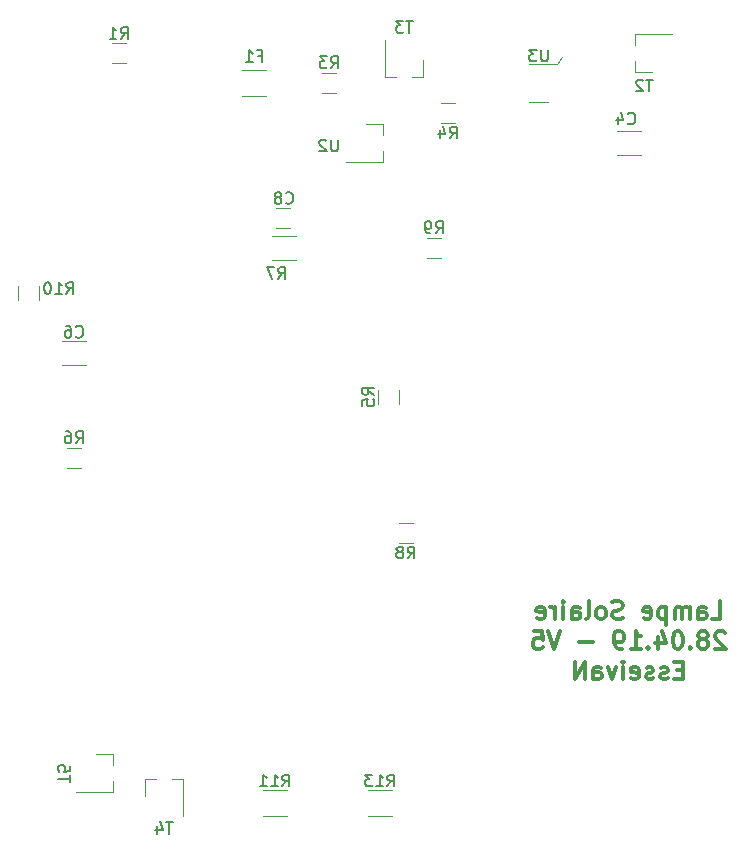
<source format=gbr>
G04 #@! TF.GenerationSoftware,KiCad,Pcbnew,(5.1.0)-1*
G04 #@! TF.CreationDate,2019-04-28T18:18:51+02:00*
G04 #@! TF.ProjectId,LampeSolaire,4c616d70-6553-46f6-9c61-6972652e6b69,5*
G04 #@! TF.SameCoordinates,Original*
G04 #@! TF.FileFunction,Legend,Bot*
G04 #@! TF.FilePolarity,Positive*
%FSLAX46Y46*%
G04 Gerber Fmt 4.6, Leading zero omitted, Abs format (unit mm)*
G04 Created by KiCad (PCBNEW (5.1.0)-1) date 2019-04-28 18:18:51*
%MOMM*%
%LPD*%
G04 APERTURE LIST*
%ADD10C,0.300000*%
%ADD11C,0.120000*%
%ADD12C,0.150000*%
G04 APERTURE END LIST*
D10*
X127355714Y-98398571D02*
X128070000Y-98398571D01*
X128070000Y-96898571D01*
X126212857Y-98398571D02*
X126212857Y-97612857D01*
X126284285Y-97470000D01*
X126427142Y-97398571D01*
X126712857Y-97398571D01*
X126855714Y-97470000D01*
X126212857Y-98327142D02*
X126355714Y-98398571D01*
X126712857Y-98398571D01*
X126855714Y-98327142D01*
X126927142Y-98184285D01*
X126927142Y-98041428D01*
X126855714Y-97898571D01*
X126712857Y-97827142D01*
X126355714Y-97827142D01*
X126212857Y-97755714D01*
X125498571Y-98398571D02*
X125498571Y-97398571D01*
X125498571Y-97541428D02*
X125427142Y-97470000D01*
X125284285Y-97398571D01*
X125070000Y-97398571D01*
X124927142Y-97470000D01*
X124855714Y-97612857D01*
X124855714Y-98398571D01*
X124855714Y-97612857D02*
X124784285Y-97470000D01*
X124641428Y-97398571D01*
X124427142Y-97398571D01*
X124284285Y-97470000D01*
X124212857Y-97612857D01*
X124212857Y-98398571D01*
X123498571Y-97398571D02*
X123498571Y-98898571D01*
X123498571Y-97470000D02*
X123355714Y-97398571D01*
X123070000Y-97398571D01*
X122927142Y-97470000D01*
X122855714Y-97541428D01*
X122784285Y-97684285D01*
X122784285Y-98112857D01*
X122855714Y-98255714D01*
X122927142Y-98327142D01*
X123070000Y-98398571D01*
X123355714Y-98398571D01*
X123498571Y-98327142D01*
X121570000Y-98327142D02*
X121712857Y-98398571D01*
X121998571Y-98398571D01*
X122141428Y-98327142D01*
X122212857Y-98184285D01*
X122212857Y-97612857D01*
X122141428Y-97470000D01*
X121998571Y-97398571D01*
X121712857Y-97398571D01*
X121570000Y-97470000D01*
X121498571Y-97612857D01*
X121498571Y-97755714D01*
X122212857Y-97898571D01*
X119784285Y-98327142D02*
X119570000Y-98398571D01*
X119212857Y-98398571D01*
X119070000Y-98327142D01*
X118998571Y-98255714D01*
X118927142Y-98112857D01*
X118927142Y-97970000D01*
X118998571Y-97827142D01*
X119070000Y-97755714D01*
X119212857Y-97684285D01*
X119498571Y-97612857D01*
X119641428Y-97541428D01*
X119712857Y-97470000D01*
X119784285Y-97327142D01*
X119784285Y-97184285D01*
X119712857Y-97041428D01*
X119641428Y-96970000D01*
X119498571Y-96898571D01*
X119141428Y-96898571D01*
X118927142Y-96970000D01*
X118070000Y-98398571D02*
X118212857Y-98327142D01*
X118284285Y-98255714D01*
X118355714Y-98112857D01*
X118355714Y-97684285D01*
X118284285Y-97541428D01*
X118212857Y-97470000D01*
X118070000Y-97398571D01*
X117855714Y-97398571D01*
X117712857Y-97470000D01*
X117641428Y-97541428D01*
X117570000Y-97684285D01*
X117570000Y-98112857D01*
X117641428Y-98255714D01*
X117712857Y-98327142D01*
X117855714Y-98398571D01*
X118070000Y-98398571D01*
X116712857Y-98398571D02*
X116855714Y-98327142D01*
X116927142Y-98184285D01*
X116927142Y-96898571D01*
X115498571Y-98398571D02*
X115498571Y-97612857D01*
X115570000Y-97470000D01*
X115712857Y-97398571D01*
X115998571Y-97398571D01*
X116141428Y-97470000D01*
X115498571Y-98327142D02*
X115641428Y-98398571D01*
X115998571Y-98398571D01*
X116141428Y-98327142D01*
X116212857Y-98184285D01*
X116212857Y-98041428D01*
X116141428Y-97898571D01*
X115998571Y-97827142D01*
X115641428Y-97827142D01*
X115498571Y-97755714D01*
X114784285Y-98398571D02*
X114784285Y-97398571D01*
X114784285Y-96898571D02*
X114855714Y-96970000D01*
X114784285Y-97041428D01*
X114712857Y-96970000D01*
X114784285Y-96898571D01*
X114784285Y-97041428D01*
X114070000Y-98398571D02*
X114070000Y-97398571D01*
X114070000Y-97684285D02*
X113998571Y-97541428D01*
X113927142Y-97470000D01*
X113784285Y-97398571D01*
X113641428Y-97398571D01*
X112570000Y-98327142D02*
X112712857Y-98398571D01*
X112998571Y-98398571D01*
X113141428Y-98327142D01*
X113212857Y-98184285D01*
X113212857Y-97612857D01*
X113141428Y-97470000D01*
X112998571Y-97398571D01*
X112712857Y-97398571D01*
X112570000Y-97470000D01*
X112498571Y-97612857D01*
X112498571Y-97755714D01*
X113212857Y-97898571D01*
X128462857Y-99591428D02*
X128391428Y-99520000D01*
X128248571Y-99448571D01*
X127891428Y-99448571D01*
X127748571Y-99520000D01*
X127677142Y-99591428D01*
X127605714Y-99734285D01*
X127605714Y-99877142D01*
X127677142Y-100091428D01*
X128534285Y-100948571D01*
X127605714Y-100948571D01*
X126748571Y-100091428D02*
X126891428Y-100020000D01*
X126962857Y-99948571D01*
X127034285Y-99805714D01*
X127034285Y-99734285D01*
X126962857Y-99591428D01*
X126891428Y-99520000D01*
X126748571Y-99448571D01*
X126462857Y-99448571D01*
X126320000Y-99520000D01*
X126248571Y-99591428D01*
X126177142Y-99734285D01*
X126177142Y-99805714D01*
X126248571Y-99948571D01*
X126320000Y-100020000D01*
X126462857Y-100091428D01*
X126748571Y-100091428D01*
X126891428Y-100162857D01*
X126962857Y-100234285D01*
X127034285Y-100377142D01*
X127034285Y-100662857D01*
X126962857Y-100805714D01*
X126891428Y-100877142D01*
X126748571Y-100948571D01*
X126462857Y-100948571D01*
X126320000Y-100877142D01*
X126248571Y-100805714D01*
X126177142Y-100662857D01*
X126177142Y-100377142D01*
X126248571Y-100234285D01*
X126320000Y-100162857D01*
X126462857Y-100091428D01*
X125534285Y-100805714D02*
X125462857Y-100877142D01*
X125534285Y-100948571D01*
X125605714Y-100877142D01*
X125534285Y-100805714D01*
X125534285Y-100948571D01*
X124534285Y-99448571D02*
X124391428Y-99448571D01*
X124248571Y-99520000D01*
X124177142Y-99591428D01*
X124105714Y-99734285D01*
X124034285Y-100020000D01*
X124034285Y-100377142D01*
X124105714Y-100662857D01*
X124177142Y-100805714D01*
X124248571Y-100877142D01*
X124391428Y-100948571D01*
X124534285Y-100948571D01*
X124677142Y-100877142D01*
X124748571Y-100805714D01*
X124820000Y-100662857D01*
X124891428Y-100377142D01*
X124891428Y-100020000D01*
X124820000Y-99734285D01*
X124748571Y-99591428D01*
X124677142Y-99520000D01*
X124534285Y-99448571D01*
X122748571Y-99948571D02*
X122748571Y-100948571D01*
X123105714Y-99377142D02*
X123462857Y-100448571D01*
X122534285Y-100448571D01*
X121962857Y-100805714D02*
X121891428Y-100877142D01*
X121962857Y-100948571D01*
X122034285Y-100877142D01*
X121962857Y-100805714D01*
X121962857Y-100948571D01*
X120462857Y-100948571D02*
X121320000Y-100948571D01*
X120891428Y-100948571D02*
X120891428Y-99448571D01*
X121034285Y-99662857D01*
X121177142Y-99805714D01*
X121320000Y-99877142D01*
X119748571Y-100948571D02*
X119462857Y-100948571D01*
X119320000Y-100877142D01*
X119248571Y-100805714D01*
X119105714Y-100591428D01*
X119034285Y-100305714D01*
X119034285Y-99734285D01*
X119105714Y-99591428D01*
X119177142Y-99520000D01*
X119320000Y-99448571D01*
X119605714Y-99448571D01*
X119748571Y-99520000D01*
X119820000Y-99591428D01*
X119891428Y-99734285D01*
X119891428Y-100091428D01*
X119820000Y-100234285D01*
X119748571Y-100305714D01*
X119605714Y-100377142D01*
X119320000Y-100377142D01*
X119177142Y-100305714D01*
X119105714Y-100234285D01*
X119034285Y-100091428D01*
X117248571Y-100377142D02*
X116105714Y-100377142D01*
X114462857Y-99448571D02*
X113962857Y-100948571D01*
X113462857Y-99448571D01*
X112248571Y-99448571D02*
X112962857Y-99448571D01*
X113034285Y-100162857D01*
X112962857Y-100091428D01*
X112820000Y-100020000D01*
X112462857Y-100020000D01*
X112320000Y-100091428D01*
X112248571Y-100162857D01*
X112177142Y-100305714D01*
X112177142Y-100662857D01*
X112248571Y-100805714D01*
X112320000Y-100877142D01*
X112462857Y-100948571D01*
X112820000Y-100948571D01*
X112962857Y-100877142D01*
X113034285Y-100805714D01*
X124891428Y-102712857D02*
X124391428Y-102712857D01*
X124177142Y-103498571D02*
X124891428Y-103498571D01*
X124891428Y-101998571D01*
X124177142Y-101998571D01*
X123605714Y-103427142D02*
X123462857Y-103498571D01*
X123177142Y-103498571D01*
X123034285Y-103427142D01*
X122962857Y-103284285D01*
X122962857Y-103212857D01*
X123034285Y-103070000D01*
X123177142Y-102998571D01*
X123391428Y-102998571D01*
X123534285Y-102927142D01*
X123605714Y-102784285D01*
X123605714Y-102712857D01*
X123534285Y-102570000D01*
X123391428Y-102498571D01*
X123177142Y-102498571D01*
X123034285Y-102570000D01*
X122391428Y-103427142D02*
X122248571Y-103498571D01*
X121962857Y-103498571D01*
X121820000Y-103427142D01*
X121748571Y-103284285D01*
X121748571Y-103212857D01*
X121820000Y-103070000D01*
X121962857Y-102998571D01*
X122177142Y-102998571D01*
X122320000Y-102927142D01*
X122391428Y-102784285D01*
X122391428Y-102712857D01*
X122320000Y-102570000D01*
X122177142Y-102498571D01*
X121962857Y-102498571D01*
X121820000Y-102570000D01*
X120534285Y-103427142D02*
X120677142Y-103498571D01*
X120962857Y-103498571D01*
X121105714Y-103427142D01*
X121177142Y-103284285D01*
X121177142Y-102712857D01*
X121105714Y-102570000D01*
X120962857Y-102498571D01*
X120677142Y-102498571D01*
X120534285Y-102570000D01*
X120462857Y-102712857D01*
X120462857Y-102855714D01*
X121177142Y-102998571D01*
X119820000Y-103498571D02*
X119820000Y-102498571D01*
X119820000Y-101998571D02*
X119891428Y-102070000D01*
X119820000Y-102141428D01*
X119748571Y-102070000D01*
X119820000Y-101998571D01*
X119820000Y-102141428D01*
X119248571Y-102498571D02*
X118891428Y-103498571D01*
X118534285Y-102498571D01*
X117320000Y-103498571D02*
X117320000Y-102712857D01*
X117391428Y-102570000D01*
X117534285Y-102498571D01*
X117820000Y-102498571D01*
X117962857Y-102570000D01*
X117320000Y-103427142D02*
X117462857Y-103498571D01*
X117820000Y-103498571D01*
X117962857Y-103427142D01*
X118034285Y-103284285D01*
X118034285Y-103141428D01*
X117962857Y-102998571D01*
X117820000Y-102927142D01*
X117462857Y-102927142D01*
X117320000Y-102855714D01*
X116605714Y-103498571D02*
X116605714Y-101998571D01*
X115748571Y-103498571D01*
X115748571Y-101998571D01*
D11*
X99490000Y-56510000D02*
X98030000Y-56510000D01*
X99490000Y-59670000D02*
X96330000Y-59670000D01*
X99490000Y-59670000D02*
X99490000Y-58740000D01*
X99490000Y-56510000D02*
X99490000Y-57440000D01*
X111900000Y-51410000D02*
X114200000Y-51410000D01*
X113500000Y-54610000D02*
X111900000Y-54610000D01*
X114200000Y-51410000D02*
X114700000Y-50810000D01*
X102850000Y-52500000D02*
X102850000Y-51040000D01*
X99690000Y-52500000D02*
X99690000Y-49340000D01*
X99690000Y-52500000D02*
X100620000Y-52500000D01*
X102850000Y-52500000D02*
X101920000Y-52500000D01*
X79370000Y-111940000D02*
X79370000Y-113400000D01*
X82530000Y-111940000D02*
X82530000Y-115100000D01*
X82530000Y-111940000D02*
X81600000Y-111940000D01*
X79370000Y-111940000D02*
X80300000Y-111940000D01*
X76630000Y-109850000D02*
X75170000Y-109850000D01*
X76630000Y-113010000D02*
X73470000Y-113010000D01*
X76630000Y-113010000D02*
X76630000Y-112080000D01*
X76630000Y-109850000D02*
X76630000Y-110780000D01*
X120830000Y-52050000D02*
X122290000Y-52050000D01*
X120830000Y-48890000D02*
X123990000Y-48890000D01*
X120830000Y-48890000D02*
X120830000Y-49820000D01*
X120830000Y-52050000D02*
X120830000Y-51120000D01*
X121320000Y-59110000D02*
X119320000Y-59110000D01*
X119320000Y-57070000D02*
X121320000Y-57070000D01*
X72330000Y-74850000D02*
X74330000Y-74850000D01*
X74330000Y-76890000D02*
X72330000Y-76890000D01*
X90110000Y-65960000D02*
X92110000Y-65960000D01*
X92110000Y-68000000D02*
X90110000Y-68000000D01*
X76540000Y-51350000D02*
X77740000Y-51350000D01*
X77740000Y-49590000D02*
X76540000Y-49590000D01*
X95520000Y-52130000D02*
X94320000Y-52130000D01*
X94320000Y-53890000D02*
X95520000Y-53890000D01*
X104400000Y-56430000D02*
X105600000Y-56430000D01*
X105600000Y-54670000D02*
X104400000Y-54670000D01*
X99120000Y-79000000D02*
X99120000Y-80200000D01*
X100880000Y-80200000D02*
X100880000Y-79000000D01*
X73930000Y-83880000D02*
X72730000Y-83880000D01*
X72730000Y-85640000D02*
X73930000Y-85640000D01*
X90430000Y-65320000D02*
X91630000Y-65320000D01*
X91630000Y-63560000D02*
X90430000Y-63560000D01*
X100830000Y-91990000D02*
X102030000Y-91990000D01*
X102030000Y-90230000D02*
X100830000Y-90230000D01*
X68640000Y-70190000D02*
X68640000Y-71390000D01*
X70400000Y-71390000D02*
X70400000Y-70190000D01*
X89348000Y-115040000D02*
X91348000Y-115040000D01*
X91348000Y-112900000D02*
X89348000Y-112900000D01*
X98238000Y-115040000D02*
X100238000Y-115040000D01*
X100238000Y-112900000D02*
X98238000Y-112900000D01*
X104410000Y-66100000D02*
X103210000Y-66100000D01*
X103210000Y-67860000D02*
X104410000Y-67860000D01*
X89570000Y-51940000D02*
X87570000Y-51940000D01*
X87570000Y-54080000D02*
X89570000Y-54080000D01*
D12*
X95681904Y-57812380D02*
X95681904Y-58621904D01*
X95634285Y-58717142D01*
X95586666Y-58764761D01*
X95491428Y-58812380D01*
X95300952Y-58812380D01*
X95205714Y-58764761D01*
X95158095Y-58717142D01*
X95110476Y-58621904D01*
X95110476Y-57812380D01*
X94681904Y-57907619D02*
X94634285Y-57860000D01*
X94539047Y-57812380D01*
X94300952Y-57812380D01*
X94205714Y-57860000D01*
X94158095Y-57907619D01*
X94110476Y-58002857D01*
X94110476Y-58098095D01*
X94158095Y-58240952D01*
X94729523Y-58812380D01*
X94110476Y-58812380D01*
X113461904Y-50192380D02*
X113461904Y-51001904D01*
X113414285Y-51097142D01*
X113366666Y-51144761D01*
X113271428Y-51192380D01*
X113080952Y-51192380D01*
X112985714Y-51144761D01*
X112938095Y-51097142D01*
X112890476Y-51001904D01*
X112890476Y-50192380D01*
X112509523Y-50192380D02*
X111890476Y-50192380D01*
X112223809Y-50573333D01*
X112080952Y-50573333D01*
X111985714Y-50620952D01*
X111938095Y-50668571D01*
X111890476Y-50763809D01*
X111890476Y-51001904D01*
X111938095Y-51097142D01*
X111985714Y-51144761D01*
X112080952Y-51192380D01*
X112366666Y-51192380D01*
X112461904Y-51144761D01*
X112509523Y-51097142D01*
X102031904Y-47763380D02*
X101460476Y-47763380D01*
X101746190Y-48763380D02*
X101746190Y-47763380D01*
X101222380Y-47763380D02*
X100603333Y-47763380D01*
X100936666Y-48144333D01*
X100793809Y-48144333D01*
X100698571Y-48191952D01*
X100650952Y-48239571D01*
X100603333Y-48334809D01*
X100603333Y-48572904D01*
X100650952Y-48668142D01*
X100698571Y-48715761D01*
X100793809Y-48763380D01*
X101079523Y-48763380D01*
X101174761Y-48715761D01*
X101222380Y-48668142D01*
X81711904Y-115581380D02*
X81140476Y-115581380D01*
X81426190Y-116581380D02*
X81426190Y-115581380D01*
X80378571Y-115914714D02*
X80378571Y-116581380D01*
X80616666Y-115533761D02*
X80854761Y-116248047D01*
X80235714Y-116248047D01*
X72988619Y-112191904D02*
X72988619Y-111620476D01*
X71988619Y-111906190D02*
X72988619Y-111906190D01*
X72988619Y-110810952D02*
X72988619Y-111287142D01*
X72512428Y-111334761D01*
X72560047Y-111287142D01*
X72607666Y-111191904D01*
X72607666Y-110953809D01*
X72560047Y-110858571D01*
X72512428Y-110810952D01*
X72417190Y-110763333D01*
X72179095Y-110763333D01*
X72083857Y-110810952D01*
X72036238Y-110858571D01*
X71988619Y-110953809D01*
X71988619Y-111191904D01*
X72036238Y-111287142D01*
X72083857Y-111334761D01*
X122351904Y-52732380D02*
X121780476Y-52732380D01*
X122066190Y-53732380D02*
X122066190Y-52732380D01*
X121494761Y-52827619D02*
X121447142Y-52780000D01*
X121351904Y-52732380D01*
X121113809Y-52732380D01*
X121018571Y-52780000D01*
X120970952Y-52827619D01*
X120923333Y-52922857D01*
X120923333Y-53018095D01*
X120970952Y-53160952D01*
X121542380Y-53732380D01*
X120923333Y-53732380D01*
X120232666Y-56431142D02*
X120280285Y-56478761D01*
X120423142Y-56526380D01*
X120518380Y-56526380D01*
X120661238Y-56478761D01*
X120756476Y-56383523D01*
X120804095Y-56288285D01*
X120851714Y-56097809D01*
X120851714Y-55954952D01*
X120804095Y-55764476D01*
X120756476Y-55669238D01*
X120661238Y-55574000D01*
X120518380Y-55526380D01*
X120423142Y-55526380D01*
X120280285Y-55574000D01*
X120232666Y-55621619D01*
X119375523Y-55859714D02*
X119375523Y-56526380D01*
X119613619Y-55478761D02*
X119851714Y-56193047D01*
X119232666Y-56193047D01*
X73496666Y-74477142D02*
X73544285Y-74524761D01*
X73687142Y-74572380D01*
X73782380Y-74572380D01*
X73925238Y-74524761D01*
X74020476Y-74429523D01*
X74068095Y-74334285D01*
X74115714Y-74143809D01*
X74115714Y-74000952D01*
X74068095Y-73810476D01*
X74020476Y-73715238D01*
X73925238Y-73620000D01*
X73782380Y-73572380D01*
X73687142Y-73572380D01*
X73544285Y-73620000D01*
X73496666Y-73667619D01*
X72639523Y-73572380D02*
X72830000Y-73572380D01*
X72925238Y-73620000D01*
X72972857Y-73667619D01*
X73068095Y-73810476D01*
X73115714Y-74000952D01*
X73115714Y-74381904D01*
X73068095Y-74477142D01*
X73020476Y-74524761D01*
X72925238Y-74572380D01*
X72734761Y-74572380D01*
X72639523Y-74524761D01*
X72591904Y-74477142D01*
X72544285Y-74381904D01*
X72544285Y-74143809D01*
X72591904Y-74048571D01*
X72639523Y-74000952D01*
X72734761Y-73953333D01*
X72925238Y-73953333D01*
X73020476Y-74000952D01*
X73068095Y-74048571D01*
X73115714Y-74143809D01*
X91276666Y-63162142D02*
X91324285Y-63209761D01*
X91467142Y-63257380D01*
X91562380Y-63257380D01*
X91705238Y-63209761D01*
X91800476Y-63114523D01*
X91848095Y-63019285D01*
X91895714Y-62828809D01*
X91895714Y-62685952D01*
X91848095Y-62495476D01*
X91800476Y-62400238D01*
X91705238Y-62305000D01*
X91562380Y-62257380D01*
X91467142Y-62257380D01*
X91324285Y-62305000D01*
X91276666Y-62352619D01*
X90705238Y-62685952D02*
X90800476Y-62638333D01*
X90848095Y-62590714D01*
X90895714Y-62495476D01*
X90895714Y-62447857D01*
X90848095Y-62352619D01*
X90800476Y-62305000D01*
X90705238Y-62257380D01*
X90514761Y-62257380D01*
X90419523Y-62305000D01*
X90371904Y-62352619D01*
X90324285Y-62447857D01*
X90324285Y-62495476D01*
X90371904Y-62590714D01*
X90419523Y-62638333D01*
X90514761Y-62685952D01*
X90705238Y-62685952D01*
X90800476Y-62733571D01*
X90848095Y-62781190D01*
X90895714Y-62876428D01*
X90895714Y-63066904D01*
X90848095Y-63162142D01*
X90800476Y-63209761D01*
X90705238Y-63257380D01*
X90514761Y-63257380D01*
X90419523Y-63209761D01*
X90371904Y-63162142D01*
X90324285Y-63066904D01*
X90324285Y-62876428D01*
X90371904Y-62781190D01*
X90419523Y-62733571D01*
X90514761Y-62685952D01*
X77306666Y-49287380D02*
X77640000Y-48811190D01*
X77878095Y-49287380D02*
X77878095Y-48287380D01*
X77497142Y-48287380D01*
X77401904Y-48335000D01*
X77354285Y-48382619D01*
X77306666Y-48477857D01*
X77306666Y-48620714D01*
X77354285Y-48715952D01*
X77401904Y-48763571D01*
X77497142Y-48811190D01*
X77878095Y-48811190D01*
X76354285Y-49287380D02*
X76925714Y-49287380D01*
X76640000Y-49287380D02*
X76640000Y-48287380D01*
X76735238Y-48430238D01*
X76830476Y-48525476D01*
X76925714Y-48573095D01*
X95086666Y-51762380D02*
X95420000Y-51286190D01*
X95658095Y-51762380D02*
X95658095Y-50762380D01*
X95277142Y-50762380D01*
X95181904Y-50810000D01*
X95134285Y-50857619D01*
X95086666Y-50952857D01*
X95086666Y-51095714D01*
X95134285Y-51190952D01*
X95181904Y-51238571D01*
X95277142Y-51286190D01*
X95658095Y-51286190D01*
X94753333Y-50762380D02*
X94134285Y-50762380D01*
X94467619Y-51143333D01*
X94324761Y-51143333D01*
X94229523Y-51190952D01*
X94181904Y-51238571D01*
X94134285Y-51333809D01*
X94134285Y-51571904D01*
X94181904Y-51667142D01*
X94229523Y-51714761D01*
X94324761Y-51762380D01*
X94610476Y-51762380D01*
X94705714Y-51714761D01*
X94753333Y-51667142D01*
X105166666Y-57702380D02*
X105500000Y-57226190D01*
X105738095Y-57702380D02*
X105738095Y-56702380D01*
X105357142Y-56702380D01*
X105261904Y-56750000D01*
X105214285Y-56797619D01*
X105166666Y-56892857D01*
X105166666Y-57035714D01*
X105214285Y-57130952D01*
X105261904Y-57178571D01*
X105357142Y-57226190D01*
X105738095Y-57226190D01*
X104309523Y-57035714D02*
X104309523Y-57702380D01*
X104547619Y-56654761D02*
X104785714Y-57369047D01*
X104166666Y-57369047D01*
X98752380Y-79433333D02*
X98276190Y-79100000D01*
X98752380Y-78861904D02*
X97752380Y-78861904D01*
X97752380Y-79242857D01*
X97800000Y-79338095D01*
X97847619Y-79385714D01*
X97942857Y-79433333D01*
X98085714Y-79433333D01*
X98180952Y-79385714D01*
X98228571Y-79338095D01*
X98276190Y-79242857D01*
X98276190Y-78861904D01*
X97752380Y-80338095D02*
X97752380Y-79861904D01*
X98228571Y-79814285D01*
X98180952Y-79861904D01*
X98133333Y-79957142D01*
X98133333Y-80195238D01*
X98180952Y-80290476D01*
X98228571Y-80338095D01*
X98323809Y-80385714D01*
X98561904Y-80385714D01*
X98657142Y-80338095D01*
X98704761Y-80290476D01*
X98752380Y-80195238D01*
X98752380Y-79957142D01*
X98704761Y-79861904D01*
X98657142Y-79814285D01*
X73496666Y-83512380D02*
X73830000Y-83036190D01*
X74068095Y-83512380D02*
X74068095Y-82512380D01*
X73687142Y-82512380D01*
X73591904Y-82560000D01*
X73544285Y-82607619D01*
X73496666Y-82702857D01*
X73496666Y-82845714D01*
X73544285Y-82940952D01*
X73591904Y-82988571D01*
X73687142Y-83036190D01*
X74068095Y-83036190D01*
X72639523Y-82512380D02*
X72830000Y-82512380D01*
X72925238Y-82560000D01*
X72972857Y-82607619D01*
X73068095Y-82750476D01*
X73115714Y-82940952D01*
X73115714Y-83321904D01*
X73068095Y-83417142D01*
X73020476Y-83464761D01*
X72925238Y-83512380D01*
X72734761Y-83512380D01*
X72639523Y-83464761D01*
X72591904Y-83417142D01*
X72544285Y-83321904D01*
X72544285Y-83083809D01*
X72591904Y-82988571D01*
X72639523Y-82940952D01*
X72734761Y-82893333D01*
X72925238Y-82893333D01*
X73020476Y-82940952D01*
X73068095Y-82988571D01*
X73115714Y-83083809D01*
X90641666Y-69607380D02*
X90975000Y-69131190D01*
X91213095Y-69607380D02*
X91213095Y-68607380D01*
X90832142Y-68607380D01*
X90736904Y-68655000D01*
X90689285Y-68702619D01*
X90641666Y-68797857D01*
X90641666Y-68940714D01*
X90689285Y-69035952D01*
X90736904Y-69083571D01*
X90832142Y-69131190D01*
X91213095Y-69131190D01*
X90308333Y-68607380D02*
X89641666Y-68607380D01*
X90070238Y-69607380D01*
X101596666Y-93262380D02*
X101930000Y-92786190D01*
X102168095Y-93262380D02*
X102168095Y-92262380D01*
X101787142Y-92262380D01*
X101691904Y-92310000D01*
X101644285Y-92357619D01*
X101596666Y-92452857D01*
X101596666Y-92595714D01*
X101644285Y-92690952D01*
X101691904Y-92738571D01*
X101787142Y-92786190D01*
X102168095Y-92786190D01*
X101025238Y-92690952D02*
X101120476Y-92643333D01*
X101168095Y-92595714D01*
X101215714Y-92500476D01*
X101215714Y-92452857D01*
X101168095Y-92357619D01*
X101120476Y-92310000D01*
X101025238Y-92262380D01*
X100834761Y-92262380D01*
X100739523Y-92310000D01*
X100691904Y-92357619D01*
X100644285Y-92452857D01*
X100644285Y-92500476D01*
X100691904Y-92595714D01*
X100739523Y-92643333D01*
X100834761Y-92690952D01*
X101025238Y-92690952D01*
X101120476Y-92738571D01*
X101168095Y-92786190D01*
X101215714Y-92881428D01*
X101215714Y-93071904D01*
X101168095Y-93167142D01*
X101120476Y-93214761D01*
X101025238Y-93262380D01*
X100834761Y-93262380D01*
X100739523Y-93214761D01*
X100691904Y-93167142D01*
X100644285Y-93071904D01*
X100644285Y-92881428D01*
X100691904Y-92786190D01*
X100739523Y-92738571D01*
X100834761Y-92690952D01*
X72702857Y-70877380D02*
X73036190Y-70401190D01*
X73274285Y-70877380D02*
X73274285Y-69877380D01*
X72893333Y-69877380D01*
X72798095Y-69925000D01*
X72750476Y-69972619D01*
X72702857Y-70067857D01*
X72702857Y-70210714D01*
X72750476Y-70305952D01*
X72798095Y-70353571D01*
X72893333Y-70401190D01*
X73274285Y-70401190D01*
X71750476Y-70877380D02*
X72321904Y-70877380D01*
X72036190Y-70877380D02*
X72036190Y-69877380D01*
X72131428Y-70020238D01*
X72226666Y-70115476D01*
X72321904Y-70163095D01*
X71131428Y-69877380D02*
X71036190Y-69877380D01*
X70940952Y-69925000D01*
X70893333Y-69972619D01*
X70845714Y-70067857D01*
X70798095Y-70258333D01*
X70798095Y-70496428D01*
X70845714Y-70686904D01*
X70893333Y-70782142D01*
X70940952Y-70829761D01*
X71036190Y-70877380D01*
X71131428Y-70877380D01*
X71226666Y-70829761D01*
X71274285Y-70782142D01*
X71321904Y-70686904D01*
X71369523Y-70496428D01*
X71369523Y-70258333D01*
X71321904Y-70067857D01*
X71274285Y-69972619D01*
X71226666Y-69925000D01*
X71131428Y-69877380D01*
X90990857Y-112572380D02*
X91324190Y-112096190D01*
X91562285Y-112572380D02*
X91562285Y-111572380D01*
X91181333Y-111572380D01*
X91086095Y-111620000D01*
X91038476Y-111667619D01*
X90990857Y-111762857D01*
X90990857Y-111905714D01*
X91038476Y-112000952D01*
X91086095Y-112048571D01*
X91181333Y-112096190D01*
X91562285Y-112096190D01*
X90038476Y-112572380D02*
X90609904Y-112572380D01*
X90324190Y-112572380D02*
X90324190Y-111572380D01*
X90419428Y-111715238D01*
X90514666Y-111810476D01*
X90609904Y-111858095D01*
X89086095Y-112572380D02*
X89657523Y-112572380D01*
X89371809Y-112572380D02*
X89371809Y-111572380D01*
X89467047Y-111715238D01*
X89562285Y-111810476D01*
X89657523Y-111858095D01*
X99880857Y-112572380D02*
X100214190Y-112096190D01*
X100452285Y-112572380D02*
X100452285Y-111572380D01*
X100071333Y-111572380D01*
X99976095Y-111620000D01*
X99928476Y-111667619D01*
X99880857Y-111762857D01*
X99880857Y-111905714D01*
X99928476Y-112000952D01*
X99976095Y-112048571D01*
X100071333Y-112096190D01*
X100452285Y-112096190D01*
X98928476Y-112572380D02*
X99499904Y-112572380D01*
X99214190Y-112572380D02*
X99214190Y-111572380D01*
X99309428Y-111715238D01*
X99404666Y-111810476D01*
X99499904Y-111858095D01*
X98595142Y-111572380D02*
X97976095Y-111572380D01*
X98309428Y-111953333D01*
X98166571Y-111953333D01*
X98071333Y-112000952D01*
X98023714Y-112048571D01*
X97976095Y-112143809D01*
X97976095Y-112381904D01*
X98023714Y-112477142D01*
X98071333Y-112524761D01*
X98166571Y-112572380D01*
X98452285Y-112572380D01*
X98547523Y-112524761D01*
X98595142Y-112477142D01*
X103976666Y-65732380D02*
X104310000Y-65256190D01*
X104548095Y-65732380D02*
X104548095Y-64732380D01*
X104167142Y-64732380D01*
X104071904Y-64780000D01*
X104024285Y-64827619D01*
X103976666Y-64922857D01*
X103976666Y-65065714D01*
X104024285Y-65160952D01*
X104071904Y-65208571D01*
X104167142Y-65256190D01*
X104548095Y-65256190D01*
X103500476Y-65732380D02*
X103310000Y-65732380D01*
X103214761Y-65684761D01*
X103167142Y-65637142D01*
X103071904Y-65494285D01*
X103024285Y-65303809D01*
X103024285Y-64922857D01*
X103071904Y-64827619D01*
X103119523Y-64780000D01*
X103214761Y-64732380D01*
X103405238Y-64732380D01*
X103500476Y-64780000D01*
X103548095Y-64827619D01*
X103595714Y-64922857D01*
X103595714Y-65160952D01*
X103548095Y-65256190D01*
X103500476Y-65303809D01*
X103405238Y-65351428D01*
X103214761Y-65351428D01*
X103119523Y-65303809D01*
X103071904Y-65256190D01*
X103024285Y-65160952D01*
X88953333Y-50738571D02*
X89286666Y-50738571D01*
X89286666Y-51262380D02*
X89286666Y-50262380D01*
X88810476Y-50262380D01*
X87905714Y-51262380D02*
X88477142Y-51262380D01*
X88191428Y-51262380D02*
X88191428Y-50262380D01*
X88286666Y-50405238D01*
X88381904Y-50500476D01*
X88477142Y-50548095D01*
M02*

</source>
